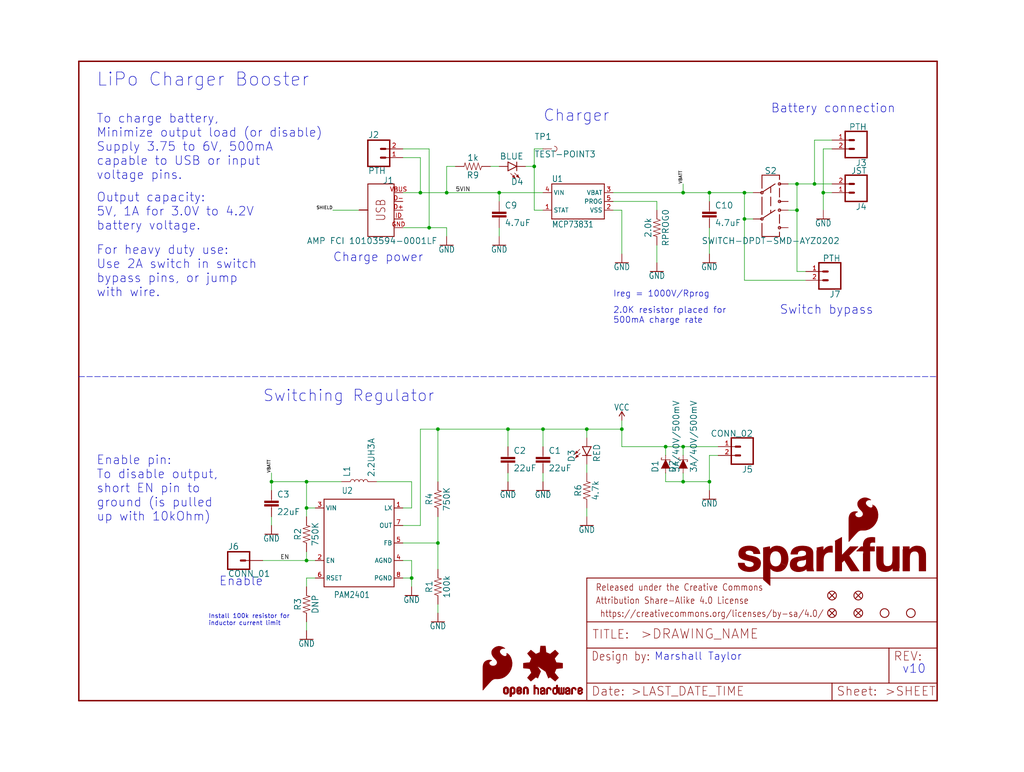
<source format=kicad_sch>
(kicad_sch (version 20211123) (generator eeschema)
  (paper "User" 297.002 223.926)
  (lib_symbols
    (symbol "eagleSchem-eagle-import:100KOHM-0603-1{slash}10W-1%"
      (property "Reference" "R" (at 0 1.524 0))
      (property "Value" "100KOHM-0603-1{slash}10W-1%" (at 0 -1.524 0))
      (symbol "100KOHM-0603-1{slash}10W-1%_1_0"
        (pin passive line (at -5.08 0 0) (length 2.54) (name "1") (number "1"))
        (pin passive line (at 5.08 0 180) (length 2.54) (name "2") (number "2"))
      )
    )
    (symbol "eagleSchem-eagle-import:1KOHM-0603-1{slash}10W-1%"
      (property "Reference" "R" (at 0 1.524 0))
      (property "Value" "1KOHM-0603-1{slash}10W-1%" (at 0 -1.524 0))
      (symbol "1KOHM-0603-1{slash}10W-1%_1_0"
        (pin passive line (at -5.08 0 0) (length 2.54) (name "1") (number "1"))
        (pin passive line (at 5.08 0 180) (length 2.54) (name "2") (number "2"))
      )
    )
    (symbol "eagleSchem-eagle-import:2.0KOHM-0603-1{slash}10W-5%"
      (property "Reference" "R" (at 0 1.524 0))
      (property "Value" "2.0KOHM-0603-1{slash}10W-5%" (at 0 -1.524 0))
      (symbol "2.0KOHM-0603-1{slash}10W-5%_1_0"
        (pin passive line (at -5.08 0 0) (length 2.54) (name "1") (number "1"))
        (pin passive line (at 5.08 0 180) (length 2.54) (name "2") (number "2"))
      )
    )
    (symbol "eagleSchem-eagle-import:22UF-0805-6.3V-20%"
      (property "Reference" "C" (at 1.524 2.921 0))
      (property "Value" "22UF-0805-6.3V-20%" (at 1.524 -2.159 0))
      (symbol "22UF-0805-6.3V-20%_1_0"
        (pin passive line (at 0 5.08 270) (length 2.54) (name "1") (number "1"))
        (pin passive line (at 0 -2.54 90) (length 2.54) (name "2") (number "2"))
      )
    )
    (symbol "eagleSchem-eagle-import:4.7KOHM-0603-1{slash}10W-1%"
      (property "Reference" "R" (at 0 1.524 0))
      (property "Value" "4.7KOHM-0603-1{slash}10W-1%" (at 0 -1.524 0))
      (symbol "4.7KOHM-0603-1{slash}10W-1%_1_0"
        (pin passive line (at -5.08 0 0) (length 2.54) (name "1") (number "1"))
        (pin passive line (at 5.08 0 180) (length 2.54) (name "2") (number "2"))
      )
    )
    (symbol "eagleSchem-eagle-import:4.7UF0603"
      (property "Reference" "C" (at 1.524 2.921 0))
      (property "Value" "4.7UF0603" (at 1.524 -2.159 0))
      (symbol "4.7UF0603_1_0"
        (pin passive line (at 0 5.08 270) (length 2.54) (name "1") (number "1"))
        (pin passive line (at 0 -2.54 90) (length 2.54) (name "2") (number "2"))
      )
    )
    (symbol "eagleSchem-eagle-import:750KOHM-0603-1{slash}10W-1%"
      (property "Reference" "R" (at 0 1.524 0))
      (property "Value" "750KOHM-0603-1{slash}10W-1%" (at 0 -1.524 0))
      (symbol "750KOHM-0603-1{slash}10W-1%_1_0"
        (pin passive line (at -5.08 0 0) (length 2.54) (name "1") (number "1"))
        (pin passive line (at 5.08 0 180) (length 2.54) (name "2") (number "2"))
      )
    )
    (symbol "eagleSchem-eagle-import:CONN_01"
      (property "Reference" "J" (at -2.54 3.048 0))
      (property "Value" "CONN_01" (at -2.54 -4.826 0))
      (symbol "CONN_01_1_0"
        (pin passive line (at 7.62 0 180) (length 5.08) (name "1") (number "1"))
      )
    )
    (symbol "eagleSchem-eagle-import:CONN_02"
      (property "Reference" "J" (at -2.54 5.588 0))
      (property "Value" "CONN_02" (at -2.54 -4.826 0))
      (symbol "CONN_02_1_0"
        (pin passive line (at 7.62 0 180) (length 5.08) (name "1") (number "1"))
        (pin passive line (at 7.62 2.54 180) (length 5.08) (name "2") (number "2"))
      )
    )
    (symbol "eagleSchem-eagle-import:CONN_02-JST-2MM-SMT"
      (property "Reference" "J" (at -2.54 5.588 0))
      (property "Value" "CONN_02-JST-2MM-SMT" (at -2.54 -4.826 0))
      (symbol "CONN_02-JST-2MM-SMT_1_0"
        (pin passive line (at 7.62 2.54 180) (length 5.08) (name "2") (number "1"))
        (pin passive line (at 7.62 0 180) (length 5.08) (name "1") (number "2"))
      )
    )
    (symbol "eagleSchem-eagle-import:DIODE-SCHOTTKY-B340A"
      (property "Reference" "D" (at -2.54 2.032 0))
      (property "Value" "DIODE-SCHOTTKY-B340A" (at -2.54 -2.032 0))
      (symbol "DIODE-SCHOTTKY-B340A_1_0"
        (pin passive line (at -2.54 0 0) (length 0) (name "A") (number "A"))
        (pin passive line (at 2.54 0 180) (length 0) (name "C") (number "C"))
      )
    )
    (symbol "eagleSchem-eagle-import:FIDUCIAL1X2")
    (symbol "eagleSchem-eagle-import:FRAME-LETTER"
      (symbol "FRAME-LETTER_2_0"
        (text " https://creativecommons.org/licenses/by-sa/4.0/" (at 2.54 24.13 0) (effects (font (size 1.9304 1.6408)) (justify left bottom)))
        (text ">DRAWING_NAME" (at 15.494 17.78 0) (effects (font (size 2.7432 2.7432)) (justify left bottom)))
        (text ">LAST_DATE_TIME" (at 12.7 1.27 0) (effects (font (size 2.54 2.54)) (justify left bottom)))
        (text ">SHEET" (at 86.36 1.27 0) (effects (font (size 2.54 2.54)) (justify left bottom)))
        (text "Attribution Share-Alike 4.0 License" (at 2.54 27.94 0) (effects (font (size 1.9304 1.6408)) (justify left bottom)))
        (text "Date:" (at 1.27 1.27 0) (effects (font (size 2.54 2.54)) (justify left bottom)))
        (text "Design by:" (at 1.27 11.43 0) (effects (font (size 2.54 2.159)) (justify left bottom)))
        (text "Released under the Creative Commons" (at 2.54 31.75 0) (effects (font (size 1.9304 1.6408)) (justify left bottom)))
        (text "REV:" (at 88.9 11.43 0) (effects (font (size 2.54 2.54)) (justify left bottom)))
        (text "Sheet:" (at 72.39 1.27 0) (effects (font (size 2.54 2.54)) (justify left bottom)))
        (text "TITLE:" (at 1.524 17.78 0) (effects (font (size 2.54 2.54)) (justify left bottom)))
      )
    )
    (symbol "eagleSchem-eagle-import:GND" (power)
      (property "Value" "GND" (at 0 -0.254 0))
      (symbol "GND_1_0"
        (pin power_in line (at 0 2.54 270) (length 2.54) (name "GND") (number "1"))
      )
    )
    (symbol "eagleSchem-eagle-import:INDUCTOR-IFSC1515AHER2R2M01"
      (property "Reference" "L" (at 1.27 2.54 0))
      (property "Value" "INDUCTOR-IFSC1515AHER2R2M01" (at 1.27 -2.54 0))
      (symbol "INDUCTOR-IFSC1515AHER2R2M01_1_0"
        (pin passive line (at 0 5.08 270) (length 2.54) (name "1") (number "P$1"))
        (pin passive line (at 0 -5.08 90) (length 2.54) (name "2") (number "P$2"))
      )
    )
    (symbol "eagleSchem-eagle-import:LED-BLUE0603"
      (property "Reference" "D" (at -3.429 -4.572 90))
      (property "Value" "LED-BLUE0603" (at 1.905 -4.572 90))
      (symbol "LED-BLUE0603_1_0"
        (pin passive line (at 0 2.54 270) (length 2.54) (name "A") (number "A"))
        (pin passive line (at 0 -5.08 90) (length 2.54) (name "C") (number "C"))
      )
    )
    (symbol "eagleSchem-eagle-import:LED-RED0603"
      (property "Reference" "D" (at -3.429 -4.572 90))
      (property "Value" "LED-RED0603" (at 1.905 -4.572 90))
      (symbol "LED-RED0603_1_0"
        (pin passive line (at 0 2.54 270) (length 2.54) (name "A") (number "A"))
        (pin passive line (at 0 -5.08 90) (length 2.54) (name "C") (number "C"))
      )
    )
    (symbol "eagleSchem-eagle-import:MCP73831"
      (property "Reference" "U" (at -7.62 5.588 0))
      (property "Value" "MCP73831" (at -7.62 -7.62 0))
      (symbol "MCP73831_1_0"
        (pin output line (at -10.16 -2.54 0) (length 2.54) (name "STAT") (number "1"))
        (pin power_in line (at 10.16 -2.54 180) (length 2.54) (name "VSS") (number "2"))
        (pin power_in line (at 10.16 2.54 180) (length 2.54) (name "VBAT") (number "3"))
        (pin power_in line (at -10.16 2.54 0) (length 2.54) (name "VIN") (number "4"))
        (pin input line (at 10.16 0 180) (length 2.54) (name "PROG") (number "5"))
      )
    )
    (symbol "eagleSchem-eagle-import:OSHW-LOGOS")
    (symbol "eagleSchem-eagle-import:PAM2401"
      (property "Value" "PAM2401" (at -4.826 -16.002 0))
      (symbol "PAM2401_1_0"
        (pin bidirectional line (at 12.7 10.16 180) (length 2.54) (name "LX") (number "1"))
        (pin bidirectional line (at -12.7 -5.08 0) (length 2.54) (name "EN") (number "2"))
        (pin bidirectional line (at -12.7 10.16 0) (length 2.54) (name "VIN") (number "3"))
        (pin bidirectional line (at 12.7 -5.08 180) (length 2.54) (name "AGND") (number "4"))
        (pin bidirectional line (at 12.7 0 180) (length 2.54) (name "FB") (number "5"))
        (pin bidirectional line (at -12.7 -10.16 0) (length 2.54) (name "RSET") (number "6"))
        (pin bidirectional line (at 12.7 5.08 180) (length 2.54) (name "OUT") (number "7"))
        (pin bidirectional line (at 12.7 -10.16 180) (length 2.54) (name "PGND") (number "8"))
      )
    )
    (symbol "eagleSchem-eagle-import:SFE_LOGO_FLAME.1_INCH")
    (symbol "eagleSchem-eagle-import:SFE_LOGO_NAME_FLAME.1_INCH")
    (symbol "eagleSchem-eagle-import:STAND-OFF")
    (symbol "eagleSchem-eagle-import:SWITCH-DPDT-SMD-AYZ0202"
      (property "Reference" "S" (at 0 7.874 0))
      (property "Value" "SWITCH-DPDT-SMD-AYZ0202" (at 0 -10.414 0))
      (symbol "SWITCH-DPDT-SMD-AYZ0202_1_0"
        (pin bidirectional line (at 5.08 5.08 180) (length 2.54) (name "1") (number "1"))
        (pin bidirectional line (at -5.08 2.54 0) (length 2.54) (name "2") (number "2"))
        (pin bidirectional line (at 5.08 0 180) (length 2.54) (name "3") (number "3"))
        (pin bidirectional line (at 5.08 -2.54 180) (length 2.54) (name "4") (number "4"))
        (pin bidirectional line (at -5.08 -5.08 0) (length 2.54) (name "5") (number "5"))
        (pin bidirectional line (at 5.08 -7.62 180) (length 2.54) (name "6") (number "6"))
      )
    )
    (symbol "eagleSchem-eagle-import:TEST-POINT3"
      (property "Reference" "TP" (at -2.54 2.54 0))
      (property "Value" "TEST-POINT3" (at -2.54 -2.54 0))
      (symbol "TEST-POINT3_1_0"
        (pin bidirectional line (at 0 0 180) (length 0) (name "1") (number "P$1"))
      )
    )
    (symbol "eagleSchem-eagle-import:USB_MICRO-B_HALF_PTH"
      (property "Reference" "J" (at -2.54 7.62 0))
      (property "Value" "USB_MICRO-B_HALF_PTH" (at -2.54 -7.874 0))
      (symbol "USB_MICRO-B_HALF_PTH_1_0"
        (text "USB" (at 2.794 -3.302 900) (effects (font (size 2.54 2.159)) (justify left bottom)))
        (pin bidirectional line (at -5.08 0 0) (length 2.54) (name "D+") (number "D+"))
        (pin bidirectional line (at -5.08 2.54 0) (length 2.54) (name "D-") (number "D-"))
        (pin power_in line (at -5.08 -5.08 0) (length 2.54) (name "GND") (number "GND"))
        (pin bidirectional line (at -5.08 -2.54 0) (length 2.54) (name "ID") (number "ID"))
        (pin bidirectional line (at 7.62 0 180) (length 2.54) (name "SHIELD") (number "P$1"))
        (pin bidirectional line (at 7.62 0 180) (length 2.54) (name "SHIELD") (number "P$10"))
        (pin bidirectional line (at 7.62 0 180) (length 2.54) (name "SHIELD") (number "P$12"))
        (pin bidirectional line (at 7.62 0 180) (length 2.54) (name "SHIELD") (number "P$2"))
        (pin bidirectional line (at 7.62 0 180) (length 2.54) (name "SHIELD") (number "P$3"))
        (pin bidirectional line (at 7.62 0 180) (length 2.54) (name "SHIELD") (number "P$4"))
        (pin bidirectional line (at 7.62 0 180) (length 2.54) (name "SHIELD") (number "P$6"))
        (pin bidirectional line (at 7.62 0 180) (length 2.54) (name "SHIELD") (number "P$8"))
        (pin bidirectional line (at 7.62 0 180) (length 2.54) (name "SHIELD") (number "SHEILD2"))
        (pin bidirectional line (at 7.62 0 180) (length 2.54) (name "SHIELD") (number "SHIELD"))
        (pin bidirectional line (at 7.62 0 180) (length 2.54) (name "SHIELD") (number "SHIELD3"))
        (pin bidirectional line (at 7.62 0 180) (length 2.54) (name "SHIELD") (number "SHIELD4"))
        (pin power_in line (at -5.08 5.08 0) (length 2.54) (name "VBUS") (number "VBUS"))
      )
    )
    (symbol "eagleSchem-eagle-import:VCC" (power)
      (property "Value" "VCC" (at 0 2.794 0))
      (symbol "VCC_1_0"
        (pin power_in line (at 0 0 90) (length 2.54) (name "VCC") (number "1"))
      )
    )
  )
  (junction (at 198.12 139.7))
  (junction (at 154.94 48.26))
  (junction (at 124.46 66.04))
  (junction (at 238.76 55.88))
  (junction (at 88.9 139.7))
  (junction (at 78.74 139.7))
  (junction (at 88.9 162.56))
  (junction (at 144.78 55.88))
  (junction (at 205.74 139.7))
  (junction (at 127 124.46))
  (junction (at 215.9 63.5))
  (junction (at 198.12 129.54))
  (junction (at 119.38 167.64))
  (junction (at 157.48 124.46))
  (junction (at 170.18 124.46))
  (junction (at 129.54 55.88))
  (junction (at 180.34 124.46))
  (junction (at 215.9 55.88))
  (junction (at 231.14 53.34))
  (junction (at 193.04 129.54))
  (junction (at 198.12 55.88))
  (junction (at 236.22 53.34))
  (junction (at 205.74 55.88))
  (junction (at 88.9 147.32))
  (junction (at 231.14 60.96))
  (junction (at 147.32 124.46))
  (junction (at 127 157.48))
  (junction (at 121.92 55.88))
  (wire (pts (xy 215.9 63.5) (xy 215.9 81.28)))
  (wire (pts (xy 193.04 132.08) (xy 193.04 129.54)))
  (wire (pts (xy 218.44 55.88) (xy 215.9 55.88)))
  (wire (pts (xy 205.74 132.08) (xy 205.74 139.7)))
  (wire (pts (xy 124.46 66.04) (xy 124.46 43.18)))
  (wire (pts (xy 78.74 142.24) (xy 78.74 139.7)))
  (wire (pts (xy 121.92 55.88) (xy 129.54 55.88)))
  (wire (pts (xy 116.84 162.56) (xy 119.38 162.56)))
  (wire (pts (xy 121.92 55.88) (xy 116.84 55.88)))
  (wire (pts (xy 180.34 124.46) (xy 180.34 121.92)))
  (wire (pts (xy 104.14 60.96) (xy 96.52 60.96)))
  (wire (pts (xy 88.9 147.32) (xy 91.44 147.32)))
  (wire (pts (xy 241.3 43.18) (xy 238.76 43.18)))
  (wire (pts (xy 231.14 78.74) (xy 233.68 78.74)))
  (wire (pts (xy 177.8 55.88) (xy 198.12 55.88)))
  (wire (pts (xy 190.5 58.42) (xy 177.8 58.42)))
  (wire (pts (xy 88.9 167.64) (xy 88.9 170.18)))
  (wire (pts (xy 147.32 139.7) (xy 147.32 137.16)))
  (wire (pts (xy 215.9 81.28) (xy 233.68 81.28)))
  (wire (pts (xy 91.44 167.64) (xy 88.9 167.64)))
  (wire (pts (xy 124.46 43.18) (xy 116.84 43.18)))
  (wire (pts (xy 124.46 66.04) (xy 129.54 66.04)))
  (wire (pts (xy 142.24 48.26) (xy 144.78 48.26)))
  (wire (pts (xy 193.04 139.7) (xy 198.12 139.7)))
  (wire (pts (xy 170.18 124.46) (xy 157.48 124.46)))
  (wire (pts (xy 190.5 60.96) (xy 190.5 58.42)))
  (wire (pts (xy 177.8 60.96) (xy 180.34 60.96)))
  (wire (pts (xy 147.32 124.46) (xy 147.32 129.54)))
  (wire (pts (xy 238.76 55.88) (xy 238.76 60.96)))
  (wire (pts (xy 129.54 48.26) (xy 129.54 55.88)))
  (wire (pts (xy 215.9 63.5) (xy 218.44 63.5)))
  (wire (pts (xy 154.94 60.96) (xy 154.94 48.26)))
  (wire (pts (xy 127 157.48) (xy 127 149.86)))
  (wire (pts (xy 144.78 66.04) (xy 144.78 68.58)))
  (wire (pts (xy 116.84 66.04) (xy 124.46 66.04)))
  (wire (pts (xy 157.48 124.46) (xy 157.48 129.54)))
  (wire (pts (xy 205.74 58.42) (xy 205.74 55.88)))
  (wire (pts (xy 88.9 162.56) (xy 91.44 162.56)))
  (wire (pts (xy 78.74 139.7) (xy 78.74 137.16)))
  (wire (pts (xy 78.74 152.4) (xy 78.74 149.86)))
  (wire (pts (xy 78.74 139.7) (xy 88.9 139.7)))
  (wire (pts (xy 170.18 127) (xy 170.18 124.46)))
  (wire (pts (xy 109.22 139.7) (xy 119.38 139.7)))
  (wire (pts (xy 180.34 124.46) (xy 170.18 124.46)))
  (wire (pts (xy 198.12 139.7) (xy 205.74 139.7)))
  (wire (pts (xy 180.34 129.54) (xy 180.34 124.46)))
  (wire (pts (xy 116.84 152.4) (xy 121.92 152.4)))
  (wire (pts (xy 236.22 40.64) (xy 236.22 53.34)))
  (wire (pts (xy 144.78 55.88) (xy 157.48 55.88)))
  (wire (pts (xy 198.12 129.54) (xy 208.28 129.54)))
  (wire (pts (xy 205.74 139.7) (xy 205.74 142.24)))
  (wire (pts (xy 198.12 137.16) (xy 198.12 139.7)))
  (wire (pts (xy 121.92 124.46) (xy 127 124.46)))
  (wire (pts (xy 190.5 76.2) (xy 190.5 71.12)))
  (wire (pts (xy 154.94 43.18) (xy 154.94 48.26)))
  (wire (pts (xy 198.12 55.88) (xy 198.12 53.34)))
  (wire (pts (xy 198.12 132.08) (xy 198.12 129.54)))
  (wire (pts (xy 180.34 129.54) (xy 193.04 129.54)))
  (wire (pts (xy 193.04 137.16) (xy 193.04 139.7)))
  (wire (pts (xy 241.3 53.34) (xy 236.22 53.34)))
  (wire (pts (xy 119.38 139.7) (xy 119.38 147.32)))
  (wire (pts (xy 236.22 53.34) (xy 231.14 53.34)))
  (wire (pts (xy 127 165.1) (xy 127 157.48)))
  (wire (pts (xy 127 124.46) (xy 127 139.7)))
  (wire (pts (xy 127 124.46) (xy 147.32 124.46)))
  (wire (pts (xy 119.38 162.56) (xy 119.38 167.64)))
  (wire (pts (xy 121.92 152.4) (xy 121.92 124.46)))
  (wire (pts (xy 119.38 167.64) (xy 119.38 170.18)))
  (wire (pts (xy 129.54 66.04) (xy 129.54 68.58)))
  (wire (pts (xy 228.6 60.96) (xy 231.14 60.96)))
  (wire (pts (xy 129.54 48.26) (xy 132.08 48.26)))
  (wire (pts (xy 121.92 55.88) (xy 121.92 45.72)))
  (wire (pts (xy 88.9 147.32) (xy 88.9 139.7)))
  (wire (pts (xy 170.18 149.86) (xy 170.18 147.32)))
  (wire (pts (xy 215.9 55.88) (xy 215.9 63.5)))
  (wire (pts (xy 99.06 139.7) (xy 88.9 139.7)))
  (wire (pts (xy 193.04 129.54) (xy 198.12 129.54)))
  (wire (pts (xy 231.14 60.96) (xy 231.14 53.34)))
  (wire (pts (xy 127 177.8) (xy 127 175.26)))
  (wire (pts (xy 88.9 160.02) (xy 88.9 162.56)))
  (wire (pts (xy 157.48 43.18) (xy 154.94 43.18)))
  (wire (pts (xy 152.4 48.26) (xy 154.94 48.26)))
  (wire (pts (xy 241.3 40.64) (xy 236.22 40.64)))
  (wire (pts (xy 116.84 167.64) (xy 119.38 167.64)))
  (wire (pts (xy 198.12 55.88) (xy 205.74 55.88)))
  (wire (pts (xy 208.28 132.08) (xy 205.74 132.08)))
  (wire (pts (xy 116.84 157.48) (xy 127 157.48)))
  (wire (pts (xy 129.54 55.88) (xy 144.78 55.88)))
  (wire (pts (xy 170.18 137.16) (xy 170.18 134.62)))
  (wire (pts (xy 241.3 55.88) (xy 238.76 55.88)))
  (wire (pts (xy 121.92 45.72) (xy 116.84 45.72)))
  (wire (pts (xy 231.14 53.34) (xy 228.6 53.34)))
  (wire (pts (xy 119.38 147.32) (xy 116.84 147.32)))
  (polyline (pts (xy 22.86 109.22) (xy 271.78 109.22)))
  (wire (pts (xy 231.14 60.96) (xy 231.14 78.74)))
  (wire (pts (xy 144.78 58.42) (xy 144.78 55.88)))
  (wire (pts (xy 88.9 149.86) (xy 88.9 147.32)))
  (wire (pts (xy 147.32 124.46) (xy 157.48 124.46)))
  (wire (pts (xy 157.48 139.7) (xy 157.48 137.16)))
  (wire (pts (xy 157.48 60.96) (xy 154.94 60.96)))
  (wire (pts (xy 88.9 182.88) (xy 88.9 180.34)))
  (wire (pts (xy 238.76 43.18) (xy 238.76 55.88)))
  (wire (pts (xy 180.34 60.96) (xy 180.34 73.66)))
  (wire (pts (xy 76.2 162.56) (xy 88.9 162.56)))
  (wire (pts (xy 205.74 73.66) (xy 205.74 66.04)))
  (wire (pts (xy 215.9 55.88) (xy 205.74 55.88)))
  (text "Ireg = 1000V/Rprog" (at 177.8 86.36 180) (effects (font (size 1.778 1.778)) (justify left bottom)))
  (text "Install 100k resistor for\ninductor current limit" (at 60.452 181.61 180) (effects (font (size 1.27 1.27)) (justify left bottom)))
  (text "Enable" (at 63.5 170.18 180) (effects (font (size 2.54 2.54)) (justify left bottom)))
  (text "For heavy duty use:\nUse 2A switch in switch\nbypass pins, or jump\nwith wire." (at 27.94 71.12 0) (effects (font (size 2.54 2.54)) (justify left top)))
  (text "Marshall Taylor" (at 189.738 191.77 180) (effects (font (size 2.1844 2.1844)) (justify left bottom)))
  (text "Enable pin:\nTo disable output,\nshort EN pin to\nground (is pulled\nup with 10kOhm)" (at 27.94 132.08 0) (effects (font (size 2.54 2.54)) (justify left top)))
  (text "LiPo Charger Booster" (at 27.94 25.4 180) (effects (font (size 3.81 3.81)) (justify left bottom)))
  (text "Switching Regulator" (at 76.2 116.84 180) (effects (font (size 3.302 3.302)) (justify left bottom)))
  (text "Charge power" (at 96.52 76.2 180) (effects (font (size 2.54 2.54)) (justify left bottom)))
  (text "2.0K resistor placed for\n500mA charge rate" (at 177.8 93.98 180) (effects (font (size 1.778 1.778)) (justify left bottom)))
  (text "Battery connection" (at 223.52 33.02 180) (effects (font (size 2.54 2.54)) (justify left bottom)))
  (text "Charger" (at 157.48 35.56 180) (effects (font (size 3.302 3.302)) (justify left bottom)))
  (text "To charge battery,\nMinimize output load (or disable)\nSupply 3.75 to 6V, 500mA\ncapable to USB or input\nvoltage pins." (at 27.94 33.02 0) (effects (font (size 2.54 2.54)) (justify left top)))
  (text "Switch bypass" (at 226.06 91.44 180) (effects (font (size 2.54 2.54)) (justify left bottom)))
  (text "v10" (at 261.62 195.58 180) (effects (font (size 2.54 2.54)) (justify left bottom)))
  (text "Output capacity:\n5V, 1A for 3.0V to 4.2V\nbattery voltage." (at 27.94 55.88 0) (effects (font (size 2.54 2.54)) (justify left top)))
  (label "SHIELD" (at 96.52 60.96 180) (effects (font (size 0.889 0.889))))
  (label "VBATT" (at 78.74 137.16 90) (effects (font (size 0.889 0.889))))
  (label "VBATT" (at 198.12 53.34 90) (effects (font (size 0.889 0.889))))
  (label "EN" (at 81.28 162.56 0) (effects (font (size 1.2446 1.2446))))
  (label "5VIN" (at 132.08 55.88 0) (effects (font (size 1.2446 1.2446))))
  (symbol (lib_id "eagleSchem-eagle-import:GND") (at 144.78 71.12 0) (unit 1)
    (property "Reference" "#GND18" (effects hide))
    (property "Value" "GND" (at 144.78 71.374 0) (effects (font (size 1.778 1.5113)) (justify top)))
    (property "Footprint" "eagleSchem:" (effects hide))
  )
  (symbol (lib_id "eagleSchem-eagle-import:SFE_LOGO_FLAME.1_INCH") (at 139.7 200.66 0) (unit 1)
    (property "Reference" "LOGO1" (effects hide))
    (property "Value" "SFE_LOGO_FLAME.1_INCH" (effects hide))
    (property "Footprint" "eagleSchem:SFE_LOGO_FLAME_.1" (effects hide))
  )
  (symbol (lib_id "eagleSchem-eagle-import:CONN_02") (at 241.3 78.74 180) (unit 1)
    (property "Reference" "J7" (at 243.84 84.328 0) (effects (font (size 1.778 1.778)) (justify left bottom)))
    (property "Value" "PTH" (at 243.84 73.914 0) (effects (font (size 1.778 1.778)) (justify left bottom)))
    (property "Footprint" "eagleSchem:1X02" (effects hide))
  )
  (symbol (lib_id "eagleSchem-eagle-import:4.7UF0603") (at 205.74 63.5 0) (unit 1)
    (property "Reference" "C10" (at 207.264 60.579 0) (effects (font (size 1.778 1.778)) (justify left bottom)))
    (property "Value" "4.7uF" (at 207.264 65.659 0) (effects (font (size 1.778 1.778)) (justify left bottom)))
    (property "Footprint" "eagleSchem:0603" (effects hide))
  )
  (symbol (lib_id "eagleSchem-eagle-import:GND") (at 205.74 76.2 0) (unit 1)
    (property "Reference" "#GND20" (effects hide))
    (property "Value" "GND" (at 205.74 76.454 0) (effects (font (size 1.778 1.5113)) (justify top)))
    (property "Footprint" "eagleSchem:" (effects hide))
  )
  (symbol (lib_id "eagleSchem-eagle-import:FRAME-LETTER") (at 170.18 203.2 0) (unit 2)
    (property "Reference" "FRAME1" (effects hide))
    (property "Value" "FRAME-LETTER" (effects hide))
    (property "Footprint" "eagleSchem:CREATIVE_COMMONS" (effects hide))
  )
  (symbol (lib_id "eagleSchem-eagle-import:LED-BLUE0603") (at 147.32 48.26 90) (unit 1)
    (property "Reference" "D4" (at 151.892 51.689 90) (effects (font (size 1.778 1.778)) (justify left bottom)))
    (property "Value" "BLUE" (at 151.892 46.355 90) (effects (font (size 1.778 1.778)) (justify left top)))
    (property "Footprint" "eagleSchem:LED-0603" (effects hide))
  )
  (symbol (lib_id "eagleSchem-eagle-import:FRAME-LETTER") (at 22.86 203.2 0) (unit 1)
    (property "Reference" "FRAME1" (effects hide))
    (property "Value" "FRAME-LETTER" (effects hide))
    (property "Footprint" "eagleSchem:CREATIVE_COMMONS" (effects hide))
  )
  (symbol (lib_id "eagleSchem-eagle-import:CONN_02-JST-2MM-SMT") (at 248.92 53.34 180) (unit 1)
    (property "Reference" "J4" (at 251.46 58.928 0) (effects (font (size 1.778 1.778)) (justify left bottom)))
    (property "Value" "JST" (at 251.46 48.514 0) (effects (font (size 1.778 1.778)) (justify left bottom)))
    (property "Footprint" "eagleSchem:JST-2-SMD" (effects hide))
  )
  (symbol (lib_id "eagleSchem-eagle-import:TEST-POINT3") (at 157.48 43.18 0) (unit 1)
    (property "Reference" "TP1" (at 154.94 40.64 0) (effects (font (size 1.778 1.778)) (justify left bottom)))
    (property "Value" "TEST-POINT3" (at 154.94 45.72 0) (effects (font (size 1.778 1.778)) (justify left bottom)))
    (property "Footprint" "eagleSchem:PAD.03X.03" (effects hide))
  )
  (symbol (lib_id "eagleSchem-eagle-import:DIODE-SCHOTTKY-B340A") (at 198.12 134.62 90) (unit 1)
    (property "Reference" "D2" (at 196.088 137.16 0) (effects (font (size 1.778 1.778)) (justify left bottom)))
    (property "Value" "3A/40V/500mV" (at 200.152 137.16 0) (effects (font (size 1.778 1.778)) (justify left top)))
    (property "Footprint" "eagleSchem:SMA-DIODE" (effects hide))
  )
  (symbol (lib_id "eagleSchem-eagle-import:GND") (at 180.34 76.2 0) (unit 1)
    (property "Reference" "#GND14" (effects hide))
    (property "Value" "GND" (at 180.34 76.454 0) (effects (font (size 1.778 1.5113)) (justify top)))
    (property "Footprint" "eagleSchem:" (effects hide))
  )
  (symbol (lib_id "eagleSchem-eagle-import:GND") (at 170.18 152.4 0) (mirror y) (unit 1)
    (property "Reference" "#GND5" (effects hide))
    (property "Value" "GND" (at 170.18 152.654 0) (effects (font (size 1.778 1.5113)) (justify top)))
    (property "Footprint" "eagleSchem:" (effects hide))
  )
  (symbol (lib_id "eagleSchem-eagle-import:FIDUCIAL1X2") (at 241.3 177.8 0) (unit 1)
    (property "Reference" "JP2" (effects hide))
    (property "Value" "FIDUCIAL1X2" (effects hide))
    (property "Footprint" "eagleSchem:FIDUCIAL-1X2" (effects hide))
  )
  (symbol (lib_id "eagleSchem-eagle-import:22UF-0805-6.3V-20%") (at 157.48 134.62 0) (unit 1)
    (property "Reference" "C1" (at 159.004 131.699 0) (effects (font (size 1.778 1.778)) (justify left bottom)))
    (property "Value" "22uF" (at 159.004 136.779 0) (effects (font (size 1.778 1.778)) (justify left bottom)))
    (property "Footprint" "eagleSchem:0805" (effects hide))
  )
  (symbol (lib_id "eagleSchem-eagle-import:SFE_LOGO_NAME_FLAME.1_INCH") (at 213.36 170.18 0) (unit 1)
    (property "Reference" "JP3" (effects hide))
    (property "Value" "SFE_LOGO_NAME_FLAME.1_INCH" (effects hide))
    (property "Footprint" "eagleSchem:SFE_LOGO_NAME_FLAME_.1" (effects hide))
  )
  (symbol (lib_id "eagleSchem-eagle-import:MCP73831") (at 167.64 58.42 0) (unit 1)
    (property "Reference" "U1" (at 160.02 52.832 0) (effects (font (size 1.778 1.5113)) (justify left bottom)))
    (property "Value" "MCP73831" (at 160.02 66.04 0) (effects (font (size 1.778 1.5113)) (justify left bottom)))
    (property "Footprint" "eagleSchem:SOT23-5" (effects hide))
  )
  (symbol (lib_id "eagleSchem-eagle-import:INDUCTOR-IFSC1515AHER2R2M01") (at 104.14 139.7 90) (unit 1)
    (property "Reference" "L1" (at 101.6 138.43 0) (effects (font (size 1.778 1.778)) (justify left bottom)))
    (property "Value" "2.2UH3A" (at 106.68 138.43 0) (effects (font (size 1.778 1.778)) (justify left top)))
    (property "Footprint" "eagleSchem:INDUCTOR_4X4MM" (effects hide))
  )
  (symbol (lib_id "eagleSchem-eagle-import:GND") (at 129.54 71.12 0) (unit 1)
    (property "Reference" "#GND10" (effects hide))
    (property "Value" "GND" (at 129.54 71.374 0) (effects (font (size 1.778 1.5113)) (justify top)))
    (property "Footprint" "eagleSchem:" (effects hide))
  )
  (symbol (lib_id "eagleSchem-eagle-import:USB_MICRO-B_HALF_PTH") (at 111.76 60.96 0) (mirror y) (unit 1)
    (property "Reference" "J1" (at 114.3 53.34 0) (effects (font (size 1.778 1.778)) (justify left bottom)))
    (property "Value" "AMP FCI 10103594-0001LF" (at 88.9 70.866 0) (effects (font (size 1.778 1.778)) (justify right bottom)))
    (property "Footprint" "eagleSchem:USB-MICROB-PTH" (effects hide))
  )
  (symbol (lib_id "eagleSchem-eagle-import:750KOHM-0603-1{slash}10W-1%") (at 127 144.78 90) (unit 1)
    (property "Reference" "R4" (at 125.476 144.78 0) (effects (font (size 1.778 1.778)) (justify bottom)))
    (property "Value" "750K" (at 128.524 144.78 0) (effects (font (size 1.778 1.778)) (justify top)))
    (property "Footprint" "eagleSchem:0603" (effects hide))
  )
  (symbol (lib_id "eagleSchem-eagle-import:GND") (at 147.32 142.24 0) (mirror y) (unit 1)
    (property "Reference" "#GND4" (effects hide))
    (property "Value" "GND" (at 147.32 142.494 0) (effects (font (size 1.778 1.5113)) (justify top)))
    (property "Footprint" "eagleSchem:" (effects hide))
  )
  (symbol (lib_id "eagleSchem-eagle-import:GND") (at 238.76 63.5 0) (unit 1)
    (property "Reference" "#GND1" (effects hide))
    (property "Value" "GND" (at 238.76 63.754 0) (effects (font (size 1.778 1.5113)) (justify top)))
    (property "Footprint" "eagleSchem:" (effects hide))
  )
  (symbol (lib_id "eagleSchem-eagle-import:22UF-0805-6.3V-20%") (at 147.32 134.62 0) (unit 1)
    (property "Reference" "C2" (at 148.844 131.699 0) (effects (font (size 1.778 1.778)) (justify left bottom)))
    (property "Value" "22uF" (at 148.844 136.779 0) (effects (font (size 1.778 1.778)) (justify left bottom)))
    (property "Footprint" "eagleSchem:0805" (effects hide))
  )
  (symbol (lib_id "eagleSchem-eagle-import:4.7KOHM-0603-1{slash}10W-1%") (at 170.18 142.24 90) (unit 1)
    (property "Reference" "R6" (at 168.656 142.24 0) (effects (font (size 1.778 1.778)) (justify bottom)))
    (property "Value" "4.7k" (at 171.704 142.24 0) (effects (font (size 1.778 1.778)) (justify top)))
    (property "Footprint" "eagleSchem:0603" (effects hide))
  )
  (symbol (lib_id "eagleSchem-eagle-import:OSHW-LOGOS") (at 157.48 193.04 0) (unit 1)
    (property "Reference" "U$1" (effects hide))
    (property "Value" "OSHW-LOGOS" (effects hide))
    (property "Footprint" "eagleSchem:OSHW-LOGO-S" (effects hide))
  )
  (symbol (lib_id "eagleSchem-eagle-import:LED-RED0603") (at 170.18 129.54 0) (unit 1)
    (property "Reference" "D3" (at 166.751 134.112 90) (effects (font (size 1.778 1.778)) (justify left bottom)))
    (property "Value" "RED" (at 172.085 134.112 90) (effects (font (size 1.778 1.778)) (justify left top)))
    (property "Footprint" "eagleSchem:LED-0603" (effects hide))
  )
  (symbol (lib_id "eagleSchem-eagle-import:CONN_01") (at 68.58 162.56 0) (unit 1)
    (property "Reference" "J6" (at 66.04 159.512 0) (effects (font (size 1.778 1.778)) (justify left bottom)))
    (property "Value" "CONN_01" (at 66.04 167.386 0) (effects (font (size 1.778 1.778)) (justify left bottom)))
    (property "Footprint" "eagleSchem:1X01" (effects hide))
  )
  (symbol (lib_id "eagleSchem-eagle-import:GND") (at 205.74 144.78 0) (unit 1)
    (property "Reference" "#GND6" (effects hide))
    (property "Value" "GND" (at 205.74 145.034 0) (effects (font (size 1.778 1.5113)) (justify top)))
    (property "Footprint" "eagleSchem:" (effects hide))
  )
  (symbol (lib_id "eagleSchem-eagle-import:GND") (at 78.74 154.94 0) (mirror y) (unit 1)
    (property "Reference" "#GND2" (effects hide))
    (property "Value" "GND" (at 78.74 155.194 0) (effects (font (size 1.778 1.5113)) (justify top)))
    (property "Footprint" "eagleSchem:" (effects hide))
  )
  (symbol (lib_id "eagleSchem-eagle-import:GND") (at 127 180.34 0) (mirror y) (unit 1)
    (property "Reference" "#GND11" (effects hide))
    (property "Value" "GND" (at 127 180.594 0) (effects (font (size 1.778 1.5113)) (justify top)))
    (property "Footprint" "eagleSchem:" (effects hide))
  )
  (symbol (lib_id "eagleSchem-eagle-import:100KOHM-0603-1{slash}10W-1%") (at 88.9 175.26 90) (unit 1)
    (property "Reference" "R3" (at 87.376 175.26 0) (effects (font (size 1.778 1.778)) (justify bottom)))
    (property "Value" "DNP" (at 90.424 175.26 0) (effects (font (size 1.778 1.778)) (justify top)))
    (property "Footprint" "eagleSchem:0603" (effects hide))
  )
  (symbol (lib_id "eagleSchem-eagle-import:CONN_02") (at 109.22 45.72 0) (unit 1)
    (property "Reference" "J2" (at 106.68 40.132 0) (effects (font (size 1.778 1.778)) (justify left bottom)))
    (property "Value" "PTH" (at 106.68 50.546 0) (effects (font (size 1.778 1.778)) (justify left bottom)))
    (property "Footprint" "eagleSchem:1X02" (effects hide))
  )
  (symbol (lib_id "eagleSchem-eagle-import:STAND-OFF") (at 256.54 177.8 0) (unit 1)
    (property "Reference" "JP7" (effects hide))
    (property "Value" "STAND-OFF" (effects hide))
    (property "Footprint" "eagleSchem:STAND-OFF" (effects hide))
  )
  (symbol (lib_id "eagleSchem-eagle-import:2.0KOHM-0603-1{slash}10W-5%") (at 190.5 66.04 270) (unit 1)
    (property "Reference" "RPROG0" (at 192.024 66.04 0) (effects (font (size 1.778 1.778)) (justify bottom)))
    (property "Value" "2.0k" (at 188.976 66.04 0) (effects (font (size 1.778 1.778)) (justify top)))
    (property "Footprint" "eagleSchem:0603" (effects hide))
  )
  (symbol (lib_id "eagleSchem-eagle-import:GND") (at 190.5 78.74 0) (unit 1)
    (property "Reference" "#GND17" (effects hide))
    (property "Value" "GND" (at 190.5 78.994 0) (effects (font (size 1.778 1.5113)) (justify top)))
    (property "Footprint" "eagleSchem:" (effects hide))
  )
  (symbol (lib_id "eagleSchem-eagle-import:CONN_02") (at 248.92 40.64 180) (unit 1)
    (property "Reference" "J3" (at 251.46 46.228 0) (effects (font (size 1.778 1.778)) (justify left bottom)))
    (property "Value" "PTH" (at 251.46 35.814 0) (effects (font (size 1.778 1.778)) (justify left bottom)))
    (property "Footprint" "eagleSchem:1X02" (effects hide))
  )
  (symbol (lib_id "eagleSchem-eagle-import:100KOHM-0603-1{slash}10W-1%") (at 127 170.18 90) (unit 1)
    (property "Reference" "R1" (at 125.476 170.18 0) (effects (font (size 1.778 1.778)) (justify bottom)))
    (property "Value" "100k" (at 128.524 170.18 0) (effects (font (size 1.778 1.778)) (justify top)))
    (property "Footprint" "eagleSchem:0603" (effects hide))
  )
  (symbol (lib_id "eagleSchem-eagle-import:PAM2401") (at 104.14 157.48 0) (unit 1)
    (property "Reference" "U2" (at 99.06 143.256 0) (effects (font (size 1.778 1.5113)) (justify left bottom)))
    (property "Value" "PAM2401" (at 96.774 173.482 0) (effects (font (size 1.778 1.5113)) (justify left bottom)))
    (property "Footprint" "eagleSchem:MSOP8" (effects hide))
  )
  (symbol (lib_id "eagleSchem-eagle-import:750KOHM-0603-1{slash}10W-1%") (at 88.9 154.94 90) (unit 1)
    (property "Reference" "R2" (at 87.376 154.94 0) (effects (font (size 1.778 1.778)) (justify bottom)))
    (property "Value" "750K" (at 90.424 154.94 0) (effects (font (size 1.778 1.778)) (justify top)))
    (property "Footprint" "eagleSchem:0603" (effects hide))
  )
  (symbol (lib_id "eagleSchem-eagle-import:GND") (at 88.9 185.42 0) (mirror y) (unit 1)
    (property "Reference" "#GND23" (effects hide))
    (property "Value" "GND" (at 88.9 185.674 0) (effects (font (size 1.778 1.5113)) (justify top)))
    (property "Footprint" "eagleSchem:" (effects hide))
  )
  (symbol (lib_id "eagleSchem-eagle-import:1KOHM-0603-1{slash}10W-1%") (at 137.16 48.26 180) (unit 1)
    (property "Reference" "R9" (at 137.16 49.784 0) (effects (font (size 1.778 1.778)) (justify bottom)))
    (property "Value" "1k" (at 137.16 46.736 0) (effects (font (size 1.778 1.778)) (justify top)))
    (property "Footprint" "eagleSchem:0603" (effects hide))
  )
  (symbol (lib_id "eagleSchem-eagle-import:22UF-0805-6.3V-20%") (at 78.74 147.32 0) (unit 1)
    (property "Reference" "C3" (at 80.264 144.399 0) (effects (font (size 1.778 1.778)) (justify left bottom)))
    (property "Value" "22uF" (at 80.264 149.479 0) (effects (font (size 1.778 1.778)) (justify left bottom)))
    (property "Footprint" "eagleSchem:0805" (effects hide))
  )
  (symbol (lib_id "eagleSchem-eagle-import:DIODE-SCHOTTKY-B340A") (at 193.04 134.62 90) (unit 1)
    (property "Reference" "D1" (at 191.008 137.16 0) (effects (font (size 1.778 1.778)) (justify left bottom)))
    (property "Value" "3A/40V/500mV" (at 195.072 137.16 0) (effects (font (size 1.778 1.778)) (justify left top)))
    (property "Footprint" "eagleSchem:SMA-DIODE" (effects hide))
  )
  (symbol (lib_id "eagleSchem-eagle-import:SWITCH-DPDT-SMD-AYZ0202") (at 223.52 58.42 0) (unit 1)
    (property "Reference" "S2" (at 223.52 50.546 0) (effects (font (size 1.778 1.778)) (justify bottom)))
    (property "Value" "SWITCH-DPDT-SMD-AYZ0202" (at 223.52 68.834 0) (effects (font (size 1.778 1.778)) (justify top)))
    (property "Footprint" "eagleSchem:SWITCH_DPDT_SMD_AYZ0202" (effects hide))
  )
  (symbol (lib_id "eagleSchem-eagle-import:FIDUCIAL1X2") (at 248.92 177.8 0) (unit 1)
    (property "Reference" "JP16" (effects hide))
    (property "Value" "FIDUCIAL1X2" (effects hide))
    (property "Footprint" "eagleSchem:FIDUCIAL-1X2" (effects hide))
  )
  (symbol (lib_id "eagleSchem-eagle-import:FIDUCIAL1X2") (at 241.3 172.72 0) (unit 1)
    (property "Reference" "JP1" (effects hide))
    (property "Value" "FIDUCIAL1X2" (effects hide))
    (property "Footprint" "eagleSchem:FIDUCIAL-1X2" (effects hide))
  )
  (symbol (lib_id "eagleSchem-eagle-import:GND") (at 119.38 172.72 0) (mirror y) (unit 1)
    (property "Reference" "#GND3" (effects hide))
    (property "Value" "GND" (at 119.38 172.974 0) (effects (font (size 1.778 1.5113)) (justify top)))
    (property "Footprint" "eagleSchem:" (effects hide))
  )
  (symbol (lib_id "eagleSchem-eagle-import:FIDUCIAL1X2") (at 248.92 172.72 0) (unit 1)
    (property "Reference" "JP4" (effects hide))
    (property "Value" "FIDUCIAL1X2" (effects hide))
    (property "Footprint" "eagleSchem:FIDUCIAL-1X2" (effects hide))
  )
  (symbol (lib_id "eagleSchem-eagle-import:GND") (at 157.48 142.24 0) (mirror y) (unit 1)
    (property "Reference" "#GND24" (effects hide))
    (property "Value" "GND" (at 157.48 142.494 0) (effects (font (size 1.778 1.5113)) (justify top)))
    (property "Footprint" "eagleSchem:" (effects hide))
  )
  (symbol (lib_id "eagleSchem-eagle-import:CONN_02") (at 215.9 129.54 180) (unit 1)
    (property "Reference" "J5" (at 218.44 135.128 0) (effects (font (size 1.778 1.778)) (justify left bottom)))
    (property "Value" "CONN_02" (at 218.44 124.714 0) (effects (font (size 1.778 1.778)) (justify left bottom)))
    (property "Footprint" "eagleSchem:1X02" (effects hide))
  )
  (symbol (lib_id "eagleSchem-eagle-import:4.7UF0603") (at 144.78 63.5 0) (unit 1)
    (property "Reference" "C9" (at 146.304 60.579 0) (effects (font (size 1.778 1.778)) (justify left bottom)))
    (property "Value" "4.7uF" (at 146.304 65.659 0) (effects (font (size 1.778 1.778)) (justify left bottom)))
    (property "Footprint" "eagleSchem:0603" (effects hide))
  )
  (symbol (lib_id "eagleSchem-eagle-import:VCC") (at 180.34 121.92 0) (unit 1)
    (property "Reference" "#P+1" (effects hide))
    (property "Value" "VCC" (at 180.34 119.126 0) (effects (font (size 1.778 1.5113)) (justify bottom)))
    (property "Footprint" "eagleSchem:" (effects hide))
  )
  (symbol (lib_id "eagleSchem-eagle-import:STAND-OFF") (at 264.16 177.8 0) (unit 1)
    (property "Reference" "JP6" (effects hide))
    (property "Value" "STAND-OFF" (effects hide))
    (property "Footprint" "eagleSchem:STAND-OFF" (effects hide))
  )
)
</source>
